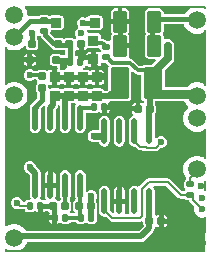
<source format=gbl>
G04*
G04 #@! TF.GenerationSoftware,Altium Limited,Altium Designer,22.9.1 (49)*
G04*
G04 Layer_Physical_Order=4*
G04 Layer_Color=7226777*
%FSLAX25Y25*%
%MOIN*%
G70*
G04*
G04 #@! TF.SameCoordinates,8D543CD6-7AF1-4966-96E4-A8ABC0BAE417*
G04*
G04*
G04 #@! TF.FilePolarity,Positive*
G04*
G01*
G75*
%ADD12C,0.00787*%
%ADD15C,0.01968*%
%ADD16C,0.01575*%
%ADD19C,0.01181*%
G04:AMPARAMS|DCode=27|XSize=35.83mil|YSize=33.47mil|CornerRadius=3.35mil|HoleSize=0mil|Usage=FLASHONLY|Rotation=0.000|XOffset=0mil|YOffset=0mil|HoleType=Round|Shape=RoundedRectangle|*
%AMROUNDEDRECTD27*
21,1,0.03583,0.02677,0,0,0.0*
21,1,0.02913,0.03347,0,0,0.0*
1,1,0.00669,0.01457,-0.01339*
1,1,0.00669,-0.01457,-0.01339*
1,1,0.00669,-0.01457,0.01339*
1,1,0.00669,0.01457,0.01339*
%
%ADD27ROUNDEDRECTD27*%
G04:AMPARAMS|DCode=29|XSize=70.87mil|YSize=45.28mil|CornerRadius=4.53mil|HoleSize=0mil|Usage=FLASHONLY|Rotation=90.000|XOffset=0mil|YOffset=0mil|HoleType=Round|Shape=RoundedRectangle|*
%AMROUNDEDRECTD29*
21,1,0.07087,0.03622,0,0,90.0*
21,1,0.06181,0.04528,0,0,90.0*
1,1,0.00906,0.01811,0.03091*
1,1,0.00906,0.01811,-0.03091*
1,1,0.00906,-0.01811,-0.03091*
1,1,0.00906,-0.01811,0.03091*
%
%ADD29ROUNDEDRECTD29*%
G04:AMPARAMS|DCode=32|XSize=23.62mil|YSize=23.62mil|CornerRadius=2.36mil|HoleSize=0mil|Usage=FLASHONLY|Rotation=90.000|XOffset=0mil|YOffset=0mil|HoleType=Round|Shape=RoundedRectangle|*
%AMROUNDEDRECTD32*
21,1,0.02362,0.01890,0,0,90.0*
21,1,0.01890,0.02362,0,0,90.0*
1,1,0.00472,0.00945,0.00945*
1,1,0.00472,0.00945,-0.00945*
1,1,0.00472,-0.00945,-0.00945*
1,1,0.00472,-0.00945,0.00945*
%
%ADD32ROUNDEDRECTD32*%
G04:AMPARAMS|DCode=33|XSize=19.68mil|YSize=23.62mil|CornerRadius=1.97mil|HoleSize=0mil|Usage=FLASHONLY|Rotation=0.000|XOffset=0mil|YOffset=0mil|HoleType=Round|Shape=RoundedRectangle|*
%AMROUNDEDRECTD33*
21,1,0.01968,0.01968,0,0,0.0*
21,1,0.01575,0.02362,0,0,0.0*
1,1,0.00394,0.00787,-0.00984*
1,1,0.00394,-0.00787,-0.00984*
1,1,0.00394,-0.00787,0.00984*
1,1,0.00394,0.00787,0.00984*
%
%ADD33ROUNDEDRECTD33*%
G04:AMPARAMS|DCode=34|XSize=19.68mil|YSize=23.62mil|CornerRadius=1.97mil|HoleSize=0mil|Usage=FLASHONLY|Rotation=270.000|XOffset=0mil|YOffset=0mil|HoleType=Round|Shape=RoundedRectangle|*
%AMROUNDEDRECTD34*
21,1,0.01968,0.01968,0,0,270.0*
21,1,0.01575,0.02362,0,0,270.0*
1,1,0.00394,-0.00984,-0.00787*
1,1,0.00394,-0.00984,0.00787*
1,1,0.00394,0.00984,0.00787*
1,1,0.00394,0.00984,-0.00787*
%
%ADD34ROUNDEDRECTD34*%
%ADD52O,0.00787X0.05906*%
%ADD53O,0.00787X0.03937*%
%ADD54O,0.00787X0.40158*%
%ADD55O,0.66929X0.00787*%
%ADD56O,0.00787X0.18898*%
%ADD57O,0.00787X0.10236*%
%ADD58O,0.00787X0.12992*%
%ADD59O,0.60630X0.00787*%
%ADD60O,0.00787X0.01181*%
%ADD61C,0.02362*%
%ADD62C,0.03150*%
%ADD64C,0.02756*%
%ADD65C,0.02362*%
%ADD66C,0.05906*%
G04:AMPARAMS|DCode=67|XSize=106.3mil|YSize=62.99mil|CornerRadius=6.3mil|HoleSize=0mil|Usage=FLASHONLY|Rotation=90.000|XOffset=0mil|YOffset=0mil|HoleType=Round|Shape=RoundedRectangle|*
%AMROUNDEDRECTD67*
21,1,0.10630,0.05039,0,0,90.0*
21,1,0.09370,0.06299,0,0,90.0*
1,1,0.01260,0.02520,0.04685*
1,1,0.01260,0.02520,-0.04685*
1,1,0.01260,-0.02520,-0.04685*
1,1,0.01260,-0.02520,0.04685*
%
%ADD67ROUNDEDRECTD67*%
G04:AMPARAMS|DCode=68|XSize=33.47mil|YSize=33.47mil|CornerRadius=3.35mil|HoleSize=0mil|Usage=FLASHONLY|Rotation=270.000|XOffset=0mil|YOffset=0mil|HoleType=Round|Shape=RoundedRectangle|*
%AMROUNDEDRECTD68*
21,1,0.03347,0.02677,0,0,270.0*
21,1,0.02677,0.03347,0,0,270.0*
1,1,0.00669,-0.01339,-0.01339*
1,1,0.00669,-0.01339,0.01339*
1,1,0.00669,0.01339,0.01339*
1,1,0.00669,0.01339,-0.01339*
%
%ADD68ROUNDEDRECTD68*%
G04:AMPARAMS|DCode=69|XSize=23.62mil|YSize=23.62mil|CornerRadius=2.36mil|HoleSize=0mil|Usage=FLASHONLY|Rotation=180.000|XOffset=0mil|YOffset=0mil|HoleType=Round|Shape=RoundedRectangle|*
%AMROUNDEDRECTD69*
21,1,0.02362,0.01890,0,0,180.0*
21,1,0.01890,0.02362,0,0,180.0*
1,1,0.00472,-0.00945,0.00945*
1,1,0.00472,0.00945,0.00945*
1,1,0.00472,0.00945,-0.00945*
1,1,0.00472,-0.00945,-0.00945*
%
%ADD69ROUNDEDRECTD69*%
G04:AMPARAMS|DCode=70|XSize=122.05mil|YSize=94.49mil|CornerRadius=9.45mil|HoleSize=0mil|Usage=FLASHONLY|Rotation=180.000|XOffset=0mil|YOffset=0mil|HoleType=Round|Shape=RoundedRectangle|*
%AMROUNDEDRECTD70*
21,1,0.12205,0.07559,0,0,180.0*
21,1,0.10315,0.09449,0,0,180.0*
1,1,0.01890,-0.05158,0.03780*
1,1,0.01890,0.05158,0.03780*
1,1,0.01890,0.05158,-0.03780*
1,1,0.01890,-0.05158,-0.03780*
%
%ADD70ROUNDEDRECTD70*%
%ADD71O,0.01968X0.08661*%
G04:AMPARAMS|DCode=72|XSize=118.11mil|YSize=104.33mil|CornerRadius=10.43mil|HoleSize=0mil|Usage=FLASHONLY|Rotation=0.000|XOffset=0mil|YOffset=0mil|HoleType=Round|Shape=RoundedRectangle|*
%AMROUNDEDRECTD72*
21,1,0.11811,0.08346,0,0,0.0*
21,1,0.09724,0.10433,0,0,0.0*
1,1,0.02087,0.04862,-0.04173*
1,1,0.02087,-0.04862,-0.04173*
1,1,0.02087,-0.04862,0.04173*
1,1,0.02087,0.04862,0.04173*
%
%ADD72ROUNDEDRECTD72*%
G36*
X62081Y81299D02*
X61196Y80788D01*
X60353Y79945D01*
X59903Y79165D01*
X52851D01*
Y79862D01*
X52755Y80346D01*
X52481Y80756D01*
X52070Y81030D01*
X51586Y81127D01*
X47964D01*
X47480Y81030D01*
X47070Y80756D01*
X46796Y80346D01*
X46700Y79862D01*
Y73681D01*
X46796Y73197D01*
X47052Y72756D01*
X46796Y72315D01*
X46700Y71831D01*
Y65650D01*
X46796Y65166D01*
X47070Y64755D01*
X47480Y64481D01*
X47964Y64385D01*
X50131D01*
X50357Y63840D01*
X49423Y62906D01*
X49105Y62429D01*
X46693D01*
X46140Y62319D01*
X45671Y62006D01*
X45612Y61918D01*
X44793D01*
X42726Y63986D01*
X42270Y64290D01*
X41732Y64397D01*
X41509D01*
X41218Y64988D01*
X41337Y65166D01*
X41434Y65650D01*
Y67953D01*
X38358D01*
Y69528D01*
X41434D01*
Y71831D01*
X41337Y72315D01*
X41081Y72756D01*
X41337Y73197D01*
X41434Y73681D01*
Y75984D01*
X38358D01*
X35283D01*
Y73681D01*
X35379Y73197D01*
X35635Y72756D01*
X35379Y72315D01*
X35283Y71831D01*
Y70637D01*
X34738Y70164D01*
X33860D01*
X33465Y70560D01*
X33009Y70865D01*
X32471Y70972D01*
X31930D01*
Y71779D01*
X31843Y72217D01*
X31595Y72588D01*
X31224Y72836D01*
X30786Y72923D01*
X28109D01*
X27939Y72889D01*
X27403Y73186D01*
X27311Y73306D01*
X27186Y73607D01*
X27515Y74175D01*
X27649Y74230D01*
X28020Y73982D01*
X28458Y73895D01*
X31372D01*
X31809Y73982D01*
X32181Y74230D01*
X32429Y74602D01*
X32516Y75039D01*
Y77716D01*
X32429Y78154D01*
X32181Y78526D01*
X31809Y78773D01*
X31372Y78861D01*
X28458D01*
X28020Y78773D01*
X27649Y78526D01*
X27543Y78367D01*
X27357Y78150D01*
X26786Y78090D01*
X26446Y78231D01*
X25663D01*
X24939Y77931D01*
X24386Y77378D01*
X24086Y76654D01*
Y75871D01*
X24373Y75177D01*
X24419Y75006D01*
X24322Y74517D01*
X24265Y74493D01*
X23711Y73940D01*
X23411Y73216D01*
Y72433D01*
X23711Y71709D01*
X23609Y70976D01*
X23606Y70974D01*
X23035D01*
X22696Y71201D01*
X22297Y71280D01*
X20407D01*
X20008Y71201D01*
X19974Y71178D01*
X19534Y71022D01*
X19095Y71178D01*
X19061Y71201D01*
X18661Y71280D01*
X17377D01*
X17323Y71291D01*
X17323Y71291D01*
X16618D01*
X14985Y72924D01*
Y73389D01*
X15298Y73778D01*
X15466Y73895D01*
X18380D01*
X18817Y73982D01*
X19188Y74230D01*
X19436Y74602D01*
X19523Y75039D01*
Y77716D01*
X19436Y78154D01*
X19188Y78526D01*
X18817Y78773D01*
X18380Y78861D01*
X15466D01*
X15028Y78773D01*
X14680Y78729D01*
X14354Y78946D01*
X13970Y79023D01*
X12002D01*
X11618Y78946D01*
X11292Y78729D01*
X11233Y78640D01*
X8334D01*
X8071Y78588D01*
X7480Y79014D01*
Y79533D01*
X7172Y80685D01*
X6817Y81299D01*
X7158Y81890D01*
X61923D01*
X62081Y81299D01*
D02*
G37*
G36*
X11618Y71974D02*
X11839Y71930D01*
X11896Y71644D01*
X12244Y71123D01*
X14818Y68550D01*
X15339Y68202D01*
X15774Y68115D01*
X15807Y67947D01*
X16034Y67608D01*
X16372Y67382D01*
X16772Y67303D01*
X18661D01*
X18969Y67364D01*
X20068D01*
Y65648D01*
X18664D01*
X18612Y65725D01*
X18273Y65952D01*
X17874Y66031D01*
X15984D01*
X15585Y65952D01*
X15246Y65725D01*
X15020Y65387D01*
X14941Y64987D01*
Y63098D01*
X15020Y62698D01*
X15246Y62360D01*
X15585Y62134D01*
X15984Y62054D01*
X17017D01*
X17072Y62043D01*
X17415D01*
Y61386D01*
X17505Y61170D01*
X17323Y60897D01*
Y58196D01*
Y55714D01*
X17874D01*
X18312Y55801D01*
X18683Y56049D01*
X19099D01*
X19470Y55801D01*
X19908Y55714D01*
X20459D01*
Y58196D01*
X22034D01*
Y55714D01*
X22585D01*
X23023Y55801D01*
X23394Y56049D01*
X23790D01*
X24161Y55801D01*
X24599Y55714D01*
X25150D01*
Y58196D01*
X26725D01*
Y55714D01*
X27276D01*
X27714Y55801D01*
X28085Y56049D01*
X28481D01*
X28852Y55801D01*
X29290Y55714D01*
X29841D01*
Y58196D01*
Y60679D01*
X29290D01*
X28852Y60592D01*
X28698Y60489D01*
X28283Y60391D01*
X27868Y60489D01*
X27714Y60592D01*
X27276Y60679D01*
X25884D01*
X25879Y61268D01*
X26263Y61344D01*
X26589Y61561D01*
X26760Y61818D01*
X26938Y61901D01*
X26989Y61916D01*
X27429Y61987D01*
X27671Y61825D01*
X28109Y61737D01*
X28660D01*
Y64220D01*
Y66703D01*
X28109D01*
X27671Y66615D01*
X27300Y66368D01*
X27052Y65996D01*
X26965Y65559D01*
Y65368D01*
X26375Y65092D01*
X26263Y65167D01*
X25879Y65243D01*
Y63255D01*
X24305D01*
Y65243D01*
X23921Y65167D01*
X23870Y65133D01*
X23279Y65448D01*
Y67116D01*
X23870Y67432D01*
X23945Y67382D01*
X24344Y67303D01*
X24501D01*
Y69291D01*
X26076D01*
Y67303D01*
X26234D01*
X26633Y67382D01*
X26972Y67608D01*
X27061Y67742D01*
X27555Y67987D01*
X27814Y68017D01*
X28109Y67958D01*
X30786D01*
X31175Y68035D01*
X31256Y68027D01*
X31766Y67729D01*
Y67586D01*
X31842Y67202D01*
X32015Y66943D01*
X31934Y66717D01*
X31390Y66505D01*
X31224Y66615D01*
X30786Y66703D01*
X30235D01*
Y64220D01*
Y61737D01*
X30786D01*
X31224Y61825D01*
X31595Y62072D01*
X31843Y62444D01*
X31900Y62730D01*
X32130Y62913D01*
X32278Y63003D01*
X32521Y63089D01*
X32769Y63039D01*
X33680D01*
X34653Y62066D01*
X34648Y62006D01*
X34334Y61537D01*
X34224Y60984D01*
Y54017D01*
X33990Y53782D01*
X33004D01*
X32776Y54123D01*
X32405Y54371D01*
X31967Y54458D01*
X29290D01*
X28852Y54371D01*
X28698Y54268D01*
X28283Y54170D01*
X27868Y54268D01*
X27714Y54371D01*
X27276Y54458D01*
X24599D01*
X24161Y54371D01*
X23790Y54123D01*
X23394D01*
X23023Y54371D01*
X22585Y54458D01*
X19908D01*
X19470Y54371D01*
X19302Y54259D01*
X18891Y54169D01*
X18479Y54259D01*
X18312Y54371D01*
X17874Y54458D01*
X15197D01*
X14981Y54415D01*
X14390Y54781D01*
Y55337D01*
X14483Y55454D01*
X14925Y55754D01*
X14964Y55760D01*
X15197Y55714D01*
X15748D01*
Y58196D01*
Y60679D01*
X15197D01*
X14759Y60592D01*
X14669Y60532D01*
X14084Y60344D01*
X13746Y60571D01*
X13346Y60650D01*
X11457D01*
X11057Y60571D01*
X10719Y60344D01*
X10666Y60266D01*
X9647D01*
X9383Y60530D01*
X8659Y60830D01*
X7876D01*
X7153Y60530D01*
X6599Y59976D01*
X6299Y59253D01*
Y58469D01*
X6599Y57746D01*
X7153Y57192D01*
X7876Y56893D01*
X8659D01*
X9383Y57192D01*
X9647Y57456D01*
X10465D01*
X10492Y57317D01*
X10719Y56978D01*
Y56407D01*
X10492Y56069D01*
X10413Y55669D01*
Y53780D01*
X10492Y53380D01*
X10599Y53220D01*
Y51118D01*
X9134Y49653D01*
X9072Y49560D01*
X8795Y49375D01*
X8404Y48789D01*
X8266Y48098D01*
Y41405D01*
X8404Y40714D01*
X8795Y40128D01*
X9381Y39736D01*
X10072Y39599D01*
X10764Y39736D01*
X11350Y40128D01*
X11741Y40714D01*
X11879Y41405D01*
Y47856D01*
X12799Y48777D01*
X13343Y48486D01*
X13266Y48098D01*
Y41405D01*
X13404Y40714D01*
X13795Y40128D01*
X14381Y39736D01*
X15072Y39599D01*
X15764Y39736D01*
X16350Y40128D01*
X16741Y40714D01*
X16879Y41405D01*
Y44751D01*
X16879Y44751D01*
Y47350D01*
X17117Y47588D01*
X17509Y48174D01*
X17647Y48866D01*
Y48916D01*
X17675Y48930D01*
X18266Y48556D01*
Y48098D01*
X18266Y48098D01*
Y41405D01*
X18404Y40714D01*
X18795Y40128D01*
X19381Y39736D01*
X20072Y39599D01*
X20764Y39736D01*
X21350Y40128D01*
X21741Y40714D01*
X21879Y41405D01*
Y46326D01*
X21879Y46326D01*
Y49493D01*
X22585D01*
X23023Y49580D01*
X23072Y49613D01*
X23302Y49535D01*
X23504Y48939D01*
X23404Y48789D01*
X23266Y48098D01*
Y41405D01*
X23404Y40714D01*
X23795Y40128D01*
X24381Y39736D01*
X25072Y39599D01*
X25764Y39736D01*
X26350Y40128D01*
X26741Y40714D01*
X26879Y41405D01*
Y46445D01*
X28065D01*
X28375Y46238D01*
X28759Y46162D01*
X30334D01*
X30718Y46238D01*
X31043Y46456D01*
X31593D01*
X31918Y46238D01*
X32302Y46162D01*
Y48150D01*
X33090D01*
Y48937D01*
X34880D01*
Y49134D01*
X34804Y49518D01*
X34763Y49579D01*
X35079Y50169D01*
X35525D01*
X35597Y50183D01*
X35669Y50169D01*
X40709D01*
X41262Y50279D01*
X41730Y50592D01*
X42044Y51061D01*
X42154Y51614D01*
Y59812D01*
X42699Y60038D01*
X43218Y59520D01*
X43673Y59215D01*
X44211Y59109D01*
X45248D01*
Y51614D01*
X45358Y51061D01*
X45671Y50592D01*
X46140Y50279D01*
X46291Y50249D01*
X46332Y49679D01*
X45820Y49459D01*
X45629Y49586D01*
X45230Y49666D01*
X45072D01*
Y47677D01*
X44285D01*
Y46890D01*
X42296D01*
Y46732D01*
X42376Y46333D01*
X42602Y45994D01*
X42706Y45925D01*
X42581Y45298D01*
X42447Y45271D01*
X41861Y44880D01*
X41470Y44294D01*
X41332Y43602D01*
Y36909D01*
X41470Y36218D01*
X41861Y35632D01*
X42447Y35241D01*
X43139Y35103D01*
X43225Y35120D01*
X44256Y34089D01*
X44646Y33828D01*
X45107Y33737D01*
X45107Y33737D01*
X46624D01*
X46781Y33632D01*
X47242Y33540D01*
X47242Y33540D01*
X50268D01*
X50268Y33540D01*
X50729Y33632D01*
X51120Y33893D01*
X51759Y34532D01*
X52416D01*
X53139Y34831D01*
X53693Y35385D01*
X53993Y36109D01*
Y36892D01*
X53693Y37615D01*
X53139Y38169D01*
X52416Y38469D01*
X51633D01*
X50909Y38169D01*
X50536Y37795D01*
X49945Y38040D01*
Y40322D01*
X49945Y40322D01*
Y43472D01*
Y46054D01*
X50131Y46333D01*
X50211Y46732D01*
Y48622D01*
X50131Y49021D01*
X50028Y49175D01*
Y50169D01*
X50694D01*
X50787Y50151D01*
X59798D01*
X60353Y49189D01*
X60913Y48629D01*
X61132Y48228D01*
X60913Y47827D01*
X60353Y47268D01*
X59757Y46236D01*
X59449Y45084D01*
Y43892D01*
X59757Y42741D01*
X60353Y41708D01*
X61196Y40865D01*
X62229Y40269D01*
X63380Y39961D01*
X64572D01*
X65724Y40269D01*
X66255Y40576D01*
X66845Y40235D01*
X66828Y31822D01*
X66237Y31482D01*
X65724Y31778D01*
X64572Y32087D01*
X63380D01*
X62229Y31778D01*
X61196Y31182D01*
X60353Y30339D01*
X59757Y29307D01*
X59449Y28155D01*
Y26963D01*
X59757Y25811D01*
X60353Y24779D01*
X60361Y24771D01*
X60368Y24567D01*
X60281Y24106D01*
X60056Y23956D01*
X59838Y23630D01*
X59762Y23246D01*
Y21671D01*
X59838Y21287D01*
X60056Y20962D01*
Y20629D01*
X59688Y20229D01*
X59042Y20220D01*
X55140Y24122D01*
X54749Y24383D01*
X54288Y24475D01*
X54288Y24475D01*
X47849D01*
X47849Y24475D01*
X47388Y24383D01*
X46997Y24122D01*
X46997Y24122D01*
X44767Y21892D01*
X43996Y21735D01*
X43830Y21846D01*
X43139Y21983D01*
X42447Y21846D01*
X41861Y21454D01*
X41470Y20868D01*
X41332Y20177D01*
Y13484D01*
X41408Y13102D01*
X41002Y12511D01*
X40275D01*
X39869Y13102D01*
X39945Y13484D01*
Y16043D01*
X36332D01*
Y13484D01*
X36399Y13148D01*
X35855Y12857D01*
X34945Y13767D01*
Y20177D01*
X34808Y20868D01*
X34416Y21454D01*
X33830Y21846D01*
X33139Y21983D01*
X32447Y21846D01*
X31861Y21454D01*
X31470Y20868D01*
X31332Y20177D01*
Y13484D01*
X31470Y12793D01*
X31861Y12207D01*
X32447Y11815D01*
X33139Y11678D01*
X33547Y11759D01*
X34850Y10456D01*
X34850Y10455D01*
X35241Y10194D01*
X35702Y10103D01*
X44911D01*
X44911Y10103D01*
X45372Y10194D01*
X45544Y10310D01*
X46135Y10031D01*
Y9291D01*
X46215Y8892D01*
X46221Y8882D01*
Y8618D01*
X44527Y6925D01*
X6910D01*
X6576Y7504D01*
X5733Y8347D01*
X4700Y8943D01*
X3549Y9252D01*
X2357D01*
X1205Y8943D01*
X591Y8589D01*
X0Y8929D01*
Y47960D01*
X591Y48301D01*
X1205Y47946D01*
X2357Y47638D01*
X3549D01*
X4700Y47946D01*
X5733Y48542D01*
X6576Y49385D01*
X7172Y50418D01*
X7480Y51569D01*
Y52761D01*
X7172Y53913D01*
X6576Y54945D01*
X5733Y55788D01*
X4700Y56384D01*
X3549Y56693D01*
X2357D01*
X1205Y56384D01*
X591Y56029D01*
X0Y56371D01*
Y67448D01*
X591Y67789D01*
X1205Y67435D01*
X2357Y67126D01*
X3549D01*
X4700Y67435D01*
X5733Y68031D01*
X6476Y68774D01*
X7067Y68633D01*
Y68347D01*
X7146Y67947D01*
X7372Y67608D01*
X7711Y67382D01*
X8110Y67303D01*
X10000D01*
X10399Y67382D01*
X10738Y67608D01*
X10964Y67947D01*
X11044Y68347D01*
Y70236D01*
X10964Y70636D01*
X10738Y70974D01*
X10661Y71026D01*
Y71842D01*
X10702Y71883D01*
X10735Y71962D01*
X10902Y72031D01*
X11430Y72099D01*
X11618Y71974D01*
D02*
G37*
G36*
X59757Y75418D02*
X60353Y74385D01*
X61196Y73542D01*
X62229Y72946D01*
X63380Y72638D01*
X64572D01*
X65724Y72946D01*
X66321Y73291D01*
X66911Y72950D01*
X66877Y56203D01*
X66286Y55863D01*
X65724Y56187D01*
X64572Y56496D01*
X63380D01*
X62229Y56187D01*
X61196Y55591D01*
X60572Y54967D01*
X53177D01*
Y59655D01*
X53192Y59729D01*
Y60430D01*
X55766Y63004D01*
X56244Y63720D01*
X56412Y64565D01*
Y68777D01*
X56244Y69622D01*
X55766Y70338D01*
X55049Y70816D01*
X54205Y70985D01*
X53442Y70833D01*
X53061Y70976D01*
X52851Y71088D01*
Y71831D01*
X52755Y72315D01*
X52499Y72756D01*
X52755Y73197D01*
X52851Y73681D01*
Y75953D01*
X59614D01*
X59757Y75418D01*
D02*
G37*
G36*
X57792Y18064D02*
X57792Y18064D01*
X58183Y17803D01*
X58644Y17711D01*
X58644Y17711D01*
X59860D01*
X60056Y17418D01*
X60381Y17201D01*
X60765Y17124D01*
X61384D01*
X61424Y16923D01*
X61686Y16533D01*
X63138Y15080D01*
X62992Y14536D01*
Y13810D01*
X63180Y13110D01*
X63543Y12481D01*
X64056Y11968D01*
X64684Y11605D01*
X65385Y11417D01*
X66111D01*
X66319Y11473D01*
X66787Y11113D01*
X66764Y-0D01*
X5006Y0D01*
X4848Y591D01*
X5733Y1101D01*
X6576Y1944D01*
X7172Y2977D01*
X7261Y3312D01*
X45276D01*
X45967Y3449D01*
X46553Y3841D01*
X49305Y6593D01*
X49696Y7179D01*
X49834Y7870D01*
Y8304D01*
X50192Y8468D01*
X50424Y8522D01*
X50716Y8327D01*
X51116Y8248D01*
X51273D01*
Y10236D01*
Y12225D01*
X51116D01*
X50716Y12145D01*
X50520Y12015D01*
X50035Y12193D01*
X49930Y12276D01*
Y13409D01*
X49945Y13484D01*
Y13550D01*
X49945Y13550D01*
Y17181D01*
X49945Y17181D01*
Y20177D01*
X49808Y20868D01*
X49416Y21454D01*
X49384Y21476D01*
X49563Y22067D01*
X53789D01*
X57792Y18064D01*
D02*
G37*
%LPC*%
G36*
X40169Y81127D02*
X39145D01*
Y77559D01*
X41434D01*
Y79862D01*
X41337Y80346D01*
X41063Y80756D01*
X40653Y81030D01*
X40169Y81127D01*
D02*
G37*
G36*
X37571D02*
X36547D01*
X36063Y81030D01*
X35653Y80756D01*
X35379Y80346D01*
X35283Y79862D01*
Y77559D01*
X37571D01*
Y81127D01*
D02*
G37*
G36*
X9213Y66031D02*
X9055D01*
Y64830D01*
X10256D01*
Y64987D01*
X10177Y65387D01*
X9951Y65725D01*
X9612Y65952D01*
X9213Y66031D01*
D02*
G37*
G36*
X7480D02*
X7323D01*
X6923Y65952D01*
X6585Y65725D01*
X6359Y65387D01*
X6279Y64987D01*
Y64830D01*
X7480D01*
Y66031D01*
D02*
G37*
G36*
X10256Y63255D02*
X9055D01*
Y62054D01*
X9213D01*
X9612Y62134D01*
X9951Y62360D01*
X10177Y62698D01*
X10256Y63098D01*
Y63255D01*
D02*
G37*
G36*
X7480D02*
X6279D01*
Y63098D01*
X6359Y62698D01*
X6585Y62360D01*
X6923Y62134D01*
X7323Y62054D01*
X7480D01*
Y63255D01*
D02*
G37*
G36*
X31967Y60679D02*
X31416D01*
Y58984D01*
X33111D01*
Y59535D01*
X33024Y59973D01*
X32776Y60344D01*
X32405Y60592D01*
X31967Y60679D01*
D02*
G37*
G36*
X33111Y57409D02*
X31416D01*
Y55714D01*
X31967D01*
X32405Y55801D01*
X32776Y56049D01*
X33024Y56420D01*
X33111Y56858D01*
Y57409D01*
D02*
G37*
G36*
X43498Y49666D02*
X43340D01*
X42941Y49586D01*
X42602Y49360D01*
X42376Y49021D01*
X42296Y48622D01*
Y48465D01*
X43498D01*
Y49666D01*
D02*
G37*
G36*
X34880Y47362D02*
X33877D01*
Y46162D01*
X34261Y46238D01*
X34587Y46456D01*
X34804Y46781D01*
X34880Y47165D01*
Y47362D01*
D02*
G37*
G36*
X38139Y45409D02*
X37447Y45271D01*
X36861Y44880D01*
X36470Y44294D01*
X36332Y43602D01*
Y36909D01*
X36470Y36218D01*
X36861Y35632D01*
X37447Y35241D01*
X38139Y35103D01*
X38830Y35241D01*
X39416Y35632D01*
X39808Y36218D01*
X39945Y36909D01*
Y43602D01*
X39808Y44294D01*
X39416Y44880D01*
X38830Y45271D01*
X38139Y45409D01*
D02*
G37*
G36*
X33139D02*
X32447Y45271D01*
X31861Y44880D01*
X31470Y44294D01*
X31332Y43602D01*
Y40567D01*
X29527D01*
X29333Y40528D01*
X29135D01*
X28953Y40452D01*
X28759Y40414D01*
X28594Y40304D01*
X28412Y40228D01*
X28272Y40089D01*
X28107Y39979D01*
X27998Y39814D01*
X27858Y39675D01*
X27782Y39492D01*
X27672Y39328D01*
X27634Y39134D01*
X27558Y38951D01*
Y38754D01*
X27520Y38560D01*
X27558Y38366D01*
Y38168D01*
X27634Y37985D01*
X27672Y37791D01*
X27782Y37627D01*
X27858Y37444D01*
X27998Y37305D01*
X28107Y37140D01*
X28272Y37031D01*
X28412Y36891D01*
X28594Y36815D01*
X28759Y36705D01*
X28953Y36667D01*
X29135Y36591D01*
X29333D01*
X29527Y36553D01*
X31403D01*
X31470Y36218D01*
X31861Y35632D01*
X32447Y35241D01*
X33139Y35103D01*
X33830Y35241D01*
X34416Y35632D01*
X34808Y36218D01*
X34945Y36909D01*
Y43602D01*
X34808Y44294D01*
X34416Y44880D01*
X33830Y45271D01*
X33139Y45409D01*
D02*
G37*
G36*
X15860Y27065D02*
Y22901D01*
X16879D01*
Y25460D01*
X16741Y26151D01*
X16350Y26737D01*
X15860Y27065D01*
D02*
G37*
G36*
X14285D02*
X13795Y26737D01*
X13404Y26151D01*
X13266Y25460D01*
Y22901D01*
X14285D01*
Y27065D01*
D02*
G37*
G36*
X38926Y21782D02*
Y17618D01*
X39945D01*
Y20177D01*
X39808Y20868D01*
X39416Y21454D01*
X38926Y21782D01*
D02*
G37*
G36*
X37351D02*
X36861Y21454D01*
X36470Y20868D01*
X36332Y20177D01*
Y17618D01*
X37351D01*
Y21782D01*
D02*
G37*
G36*
X8659Y30120D02*
X7876D01*
X7153Y29820D01*
X6599Y29266D01*
X6299Y28543D01*
Y27760D01*
X6599Y27036D01*
X7153Y26482D01*
X7362Y26395D01*
X8266Y25492D01*
Y25460D01*
X8266Y25460D01*
Y18767D01*
X8404Y18076D01*
X8499Y17933D01*
X8184Y17342D01*
X7480D01*
X7096Y17266D01*
X6771Y17048D01*
X6553Y16723D01*
X6521Y16559D01*
X5906D01*
Y16723D01*
X5606Y17447D01*
X5052Y18000D01*
X4329Y18300D01*
X3545D01*
X2822Y18000D01*
X2268Y17447D01*
X1969Y16723D01*
Y15940D01*
X2268Y15217D01*
X2822Y14663D01*
X3545Y14363D01*
X4272D01*
X4453Y14242D01*
X4914Y14150D01*
X6521D01*
X6553Y13986D01*
X6771Y13660D01*
X7096Y13443D01*
X7480Y13367D01*
X9055D01*
X9439Y13443D01*
X9765Y13660D01*
X10314D01*
X10639Y13443D01*
X11024Y13367D01*
Y15354D01*
X12598D01*
Y13367D01*
X12982Y13443D01*
X13308Y13660D01*
X13517Y13973D01*
X13614Y13990D01*
X13997Y14005D01*
X14128Y13986D01*
X14338Y13671D01*
X14676Y13445D01*
X14905Y12798D01*
X14897Y12786D01*
X14820Y12402D01*
Y12205D01*
X16611D01*
Y11417D01*
X17399D01*
Y9430D01*
X17783Y9506D01*
X18108Y9724D01*
X18657D01*
X18983Y9506D01*
X19367Y9430D01*
X20942D01*
X21326Y9506D01*
X21652Y9724D01*
X21845Y10012D01*
X23540D01*
X23733Y9724D01*
X24058Y9506D01*
X24442Y9430D01*
X26017D01*
X26401Y9506D01*
X26727Y9724D01*
X27276D01*
X27602Y9506D01*
X27986Y9430D01*
X29561D01*
X29945Y9506D01*
X30270Y9724D01*
X30488Y10049D01*
X30564Y10433D01*
Y11340D01*
X30580Y11417D01*
Y15157D01*
X30565Y15231D01*
Y16299D01*
X30485Y16699D01*
X30471Y16720D01*
Y17539D01*
X30709Y18112D01*
Y18895D01*
X30409Y19619D01*
X29855Y20173D01*
X29132Y20472D01*
X28349D01*
X27625Y20173D01*
X27469Y20017D01*
X26879Y20262D01*
Y25460D01*
X26741Y26151D01*
X26350Y26737D01*
X25764Y27129D01*
X25072Y27266D01*
X24381Y27129D01*
X23795Y26737D01*
X23404Y26151D01*
X23266Y25460D01*
Y18767D01*
X23404Y18076D01*
X23515Y17909D01*
X23307Y17266D01*
X23295Y17264D01*
X22956Y17037D01*
X22730Y16699D01*
X22651Y16299D01*
Y14410D01*
X22730Y14010D01*
X22956Y13671D01*
X23295Y13445D01*
X23113Y12911D01*
X23063Y12822D01*
X22096D01*
X21670Y13340D01*
X21713Y13780D01*
X21867Y14010D01*
X21946Y14410D01*
Y16299D01*
X21867Y16699D01*
X21641Y17037D01*
X21520Y17118D01*
Y17745D01*
X21741Y18076D01*
X21879Y18767D01*
Y25460D01*
X21741Y26151D01*
X21350Y26737D01*
X20764Y27129D01*
X20072Y27266D01*
X19381Y27129D01*
X18795Y26737D01*
X18404Y26151D01*
X18266Y25460D01*
Y18767D01*
X18404Y18076D01*
X18552Y17853D01*
X18589Y17498D01*
X18115Y17037D01*
X17704D01*
X17365Y17264D01*
X16965Y17343D01*
X16962D01*
X16646Y17933D01*
X16741Y18076D01*
X16879Y18767D01*
Y21326D01*
X15072D01*
X13266D01*
Y18767D01*
X13404Y18076D01*
X13795Y17490D01*
X13885Y17430D01*
X13808Y17194D01*
X13705Y17164D01*
X13197Y17123D01*
X12982Y17266D01*
X12598Y17342D01*
X11961D01*
X11646Y17933D01*
X11741Y18076D01*
X11879Y18767D01*
Y22113D01*
X11879Y22114D01*
Y26240D01*
X11741Y26931D01*
X11350Y27517D01*
X10174Y28693D01*
X9937Y29266D01*
X9383Y29820D01*
X8659Y30120D01*
D02*
G37*
G36*
X15824Y10630D02*
X14820D01*
Y10433D01*
X14897Y10049D01*
X15114Y9724D01*
X15440Y9506D01*
X15824Y9430D01*
D01*
Y10630D01*
D02*
G37*
G36*
X53005Y12225D02*
X52848D01*
Y11024D01*
X54049D01*
Y11181D01*
X53970Y11581D01*
X53743Y11919D01*
X53405Y12145D01*
X53005Y12225D01*
D02*
G37*
G36*
X54049Y9449D02*
X52848D01*
Y8248D01*
X53005D01*
X53405Y8327D01*
X53743Y8553D01*
X53970Y8892D01*
X54049Y9291D01*
Y9449D01*
D02*
G37*
%LPD*%
D12*
X50268Y34744D02*
X52024Y36500D01*
X47242Y34744D02*
X50268D01*
X47045Y34941D02*
X47242Y34744D01*
X45107Y34941D02*
X47045D01*
X43139Y36909D02*
X45107Y34941D01*
X43139Y36909D02*
Y40256D01*
X47849Y23271D02*
X54288D01*
X45619Y12014D02*
Y21040D01*
X47849Y23271D01*
X62537Y17384D02*
X65748Y14173D01*
Y14173D02*
Y14173D01*
X62537Y17384D02*
Y18325D01*
X61946Y18915D02*
X62537Y18325D01*
X58644Y18915D02*
X61946D01*
X61750Y22459D02*
Y24624D01*
X63976Y26851D01*
Y27559D01*
X54288Y23271D02*
X58644Y18915D01*
X63699Y27282D02*
X63976Y27559D01*
X44911Y11307D02*
X45619Y12014D01*
X33139Y13870D02*
X35702Y11307D01*
X44911D01*
X33139Y13870D02*
Y16897D01*
X4914Y15354D02*
X8268D01*
X3937Y16332D02*
X4914Y15354D01*
X34214Y64567D02*
X34541Y64240D01*
X34139Y64567D02*
X34214D01*
X34541Y64165D02*
Y64240D01*
D15*
X48027Y10140D02*
X48124Y10236D01*
Y13535D02*
X48139Y13550D01*
Y16897D01*
Y17181D01*
X48124Y10236D02*
Y13535D01*
X28665Y16033D02*
Y18429D01*
X28740Y18504D01*
X48027Y7870D02*
Y10140D01*
X45276Y5118D02*
X48027Y7870D01*
X2953Y5118D02*
X45276D01*
X48222Y47677D02*
Y54131D01*
X15072Y48098D02*
X15840Y48866D01*
Y52369D01*
X15072Y44751D02*
Y48098D01*
X48139Y43472D02*
Y47594D01*
X48222Y54131D02*
Y55309D01*
X48139Y40322D02*
Y43472D01*
X48222Y55309D02*
X49213Y56299D01*
X28576Y15354D02*
X28773Y15157D01*
Y11417D02*
Y15157D01*
X10072Y22114D02*
Y26240D01*
X8268Y28045D02*
X10072Y26240D01*
X24994Y51976D02*
X35525D01*
X20820D02*
X25781D01*
X20466Y51621D02*
X20820Y51976D01*
X20072Y46326D02*
Y52015D01*
X15840Y51976D02*
X20820D01*
X8268Y28045D02*
Y28151D01*
X35131Y52369D02*
X35722Y52960D01*
D16*
X9055Y69291D02*
Y72976D01*
X9033Y72998D02*
X9055Y72976D01*
X13183Y73688D02*
X13379Y73491D01*
Y72259D02*
X15953Y69685D01*
X13379Y72259D02*
Y73491D01*
X12986Y73688D02*
X13183D01*
X15953Y69685D02*
X17323D01*
X17717Y69291D01*
X17072Y63649D02*
X19384D01*
X21504Y64043D02*
X21674Y63873D01*
X16929Y64043D02*
X21504D01*
X19384Y61778D02*
X19535Y61928D01*
Y63176D02*
X20007Y63649D01*
X19535Y61928D02*
Y63176D01*
X20007Y63649D02*
X21352D01*
X25938Y58196D02*
X30629D01*
X15840D02*
X21246D01*
X25938D01*
X15650Y58387D02*
X15731Y58306D01*
X21674Y63873D02*
Y68970D01*
X25190Y64436D02*
Y69193D01*
Y64436D02*
X25762Y65007D01*
X29448D01*
X51252Y77559D02*
X63976D01*
X49645Y75952D02*
X51252Y77559D01*
X48988Y76247D02*
X49645Y75590D01*
X18182Y68970D02*
X20886D01*
X29480Y76304D02*
X29521Y76346D01*
X26096Y76304D02*
X29480D01*
X26054Y76262D02*
X26096Y76304D01*
X8334Y77035D02*
X12986D01*
X2953Y71653D02*
X8334Y77035D01*
X12986D02*
X15919D01*
X16529Y76346D02*
Y76424D01*
X11811Y15354D02*
X16021D01*
X10269Y48518D02*
X12205Y50453D01*
Y54751D01*
X10072Y48204D02*
X10269Y48401D01*
Y48518D01*
X12148Y54808D02*
X12205Y54751D01*
X10072Y45145D02*
Y48204D01*
X12100Y54808D02*
X12148D01*
X16564Y11464D02*
X16611Y11417D01*
X15919Y77035D02*
X16529Y76424D01*
X16414Y11696D02*
Y14961D01*
Y11696D02*
X16566Y11544D01*
X16021Y15354D02*
X16414Y14961D01*
X48988Y69633D02*
Y76247D01*
X49645Y75590D02*
Y75952D01*
X38358Y68740D02*
Y76772D01*
X48988Y69633D02*
X49775Y68846D01*
D19*
X32471Y69567D02*
X33163Y68875D01*
X30321Y69567D02*
X32471D01*
X33163Y68767D02*
Y68875D01*
X29448Y70441D02*
X30321Y69567D01*
X33163Y68767D02*
X33557Y68374D01*
X33753D01*
X24639Y15354D02*
X25072Y15787D01*
Y22114D01*
X20115Y16299D02*
Y22693D01*
X8268Y58861D02*
X11879D01*
X12100Y59082D01*
X27095Y47850D02*
X27371D01*
X25072D02*
X27095D01*
X25072D02*
Y48190D01*
Y48278D01*
X24733Y47850D02*
X25072Y48190D01*
X24733Y47850D02*
X25072D01*
X27371D02*
X29290D01*
X46657Y60514D02*
X49213Y57957D01*
X41732Y62992D02*
X44211Y60514D01*
X46657D01*
X35714Y62992D02*
X41732D01*
X34541Y64165D02*
X35714Y62992D01*
X25000Y11918D02*
Y15354D01*
X20155Y11417D02*
X25230D01*
D27*
X16923Y76378D02*
D03*
X29915D02*
D03*
D29*
X38358Y76772D02*
D03*
X49775D02*
D03*
X38358Y68740D02*
D03*
X49775D02*
D03*
D32*
X12402Y58661D02*
D03*
Y54724D02*
D03*
X17717Y69291D02*
D03*
X9055D02*
D03*
X16929Y64043D02*
D03*
X8268D02*
D03*
D33*
X16611Y11417D02*
D03*
X20155D02*
D03*
X33090Y48150D02*
D03*
X29546D02*
D03*
X25092Y63255D02*
D03*
X21549D02*
D03*
X25230Y11417D02*
D03*
X28773D02*
D03*
X11811Y15354D02*
D03*
X8268D02*
D03*
D34*
X61750Y22459D02*
D03*
Y18915D02*
D03*
X33753Y68374D02*
D03*
Y64830D02*
D03*
X12986Y73688D02*
D03*
Y77232D02*
D03*
D52*
X66535Y9055D02*
D03*
D53*
Y22047D02*
D03*
D54*
X394Y28543D02*
D03*
D55*
X33465Y394D02*
D03*
D56*
X66535Y64764D02*
D03*
D57*
Y35827D02*
D03*
D58*
X394Y62008D02*
D03*
D59*
X36614Y81496D02*
D03*
D60*
X394Y591D02*
D03*
X66535Y81299D02*
D03*
D61*
X29527Y38560D02*
X32423D01*
X32446Y38583D01*
D62*
X50787Y52559D02*
X62640D01*
X63231Y51968D02*
X63976D01*
X62640Y52559D02*
X63231Y51968D01*
X48222Y54131D02*
X49215D01*
X47772D02*
X48222D01*
X49215D02*
X50787Y52559D01*
X49213Y54134D02*
X49215Y54131D01*
D64*
X50984Y61345D02*
X54205Y64565D01*
X50984Y59729D02*
Y61345D01*
X54205Y64565D02*
Y68777D01*
X49213Y54134D02*
Y56299D01*
Y57957D02*
X50984Y59729D01*
X49213Y56299D02*
Y57957D01*
D65*
X65748Y18110D02*
D03*
Y14173D02*
D03*
X65345Y22029D02*
D03*
X52024Y36500D02*
D03*
X51575Y18110D02*
D03*
X58368Y32605D02*
D03*
X58376Y23754D02*
D03*
X29527Y38560D02*
D03*
X35415Y48539D02*
D03*
X32666Y32967D02*
D03*
X5512Y36417D02*
D03*
X9449Y33465D02*
D03*
X29851Y61535D02*
D03*
X51091Y13780D02*
D03*
X38406Y8262D02*
D03*
X58933Y15109D02*
D03*
X8206Y8193D02*
D03*
X10925Y1828D02*
D03*
X20669D02*
D03*
X55726Y2749D02*
D03*
X59699Y7054D02*
D03*
X51419Y48964D02*
D03*
X56693Y37402D02*
D03*
X62598Y35433D02*
D03*
Y70866D02*
D03*
X58661Y64961D02*
D03*
X62598Y59055D02*
D03*
X54724Y72835D02*
D03*
X13118Y66649D02*
D03*
X4723Y64322D02*
D03*
X3543Y59055D02*
D03*
Y43307D02*
D03*
Y31496D02*
D03*
X5512Y25591D02*
D03*
X3543Y19685D02*
D03*
X9033Y72998D02*
D03*
X19384Y61778D02*
D03*
X26054Y76262D02*
D03*
X25380Y72825D02*
D03*
X10354Y12044D02*
D03*
X54205Y68777D02*
D03*
X38406Y1969D02*
D03*
X44882Y68110D02*
D03*
X3937Y16332D02*
D03*
X28740Y18504D02*
D03*
X33071Y58653D02*
D03*
X8268Y58861D02*
D03*
Y28151D02*
D03*
X43602Y57905D02*
D03*
X54724Y59055D02*
D03*
X55834Y10222D02*
D03*
X34343Y80425D02*
D03*
X22895Y8250D02*
D03*
X25197Y33465D02*
D03*
X22441Y75590D02*
D03*
X33922Y76362D02*
D03*
X29222Y1828D02*
D03*
X51844Y6538D02*
D03*
D66*
X2953Y71653D02*
D03*
Y4724D02*
D03*
Y52165D02*
D03*
X63976Y51968D02*
D03*
Y77165D02*
D03*
Y27559D02*
D03*
Y44488D02*
D03*
Y2953D02*
D03*
X2953Y78937D02*
D03*
D67*
X38189Y56299D02*
D03*
X49213D02*
D03*
D68*
X16535Y58196D02*
D03*
Y51976D02*
D03*
X30629Y58196D02*
D03*
Y51976D02*
D03*
X25938Y58196D02*
D03*
Y51976D02*
D03*
X21246Y58196D02*
D03*
Y51976D02*
D03*
X29448Y70441D02*
D03*
Y64220D02*
D03*
D69*
X16021Y15354D02*
D03*
X19958D02*
D03*
X28576D02*
D03*
X24639D02*
D03*
X25289Y69291D02*
D03*
X21352D02*
D03*
X48222Y47677D02*
D03*
X44285D02*
D03*
X48124Y10236D02*
D03*
X52061D02*
D03*
D70*
X17572Y33432D02*
D03*
D71*
X10072Y44751D02*
D03*
X15072D02*
D03*
X20072D02*
D03*
X25072D02*
D03*
X10072Y22114D02*
D03*
X15072D02*
D03*
X20072D02*
D03*
X25072D02*
D03*
X33139Y40256D02*
D03*
X38139D02*
D03*
X43139D02*
D03*
X48139D02*
D03*
X33139Y16831D02*
D03*
X38139D02*
D03*
X43139D02*
D03*
X48139D02*
D03*
D72*
X40639Y28543D02*
D03*
M02*

</source>
